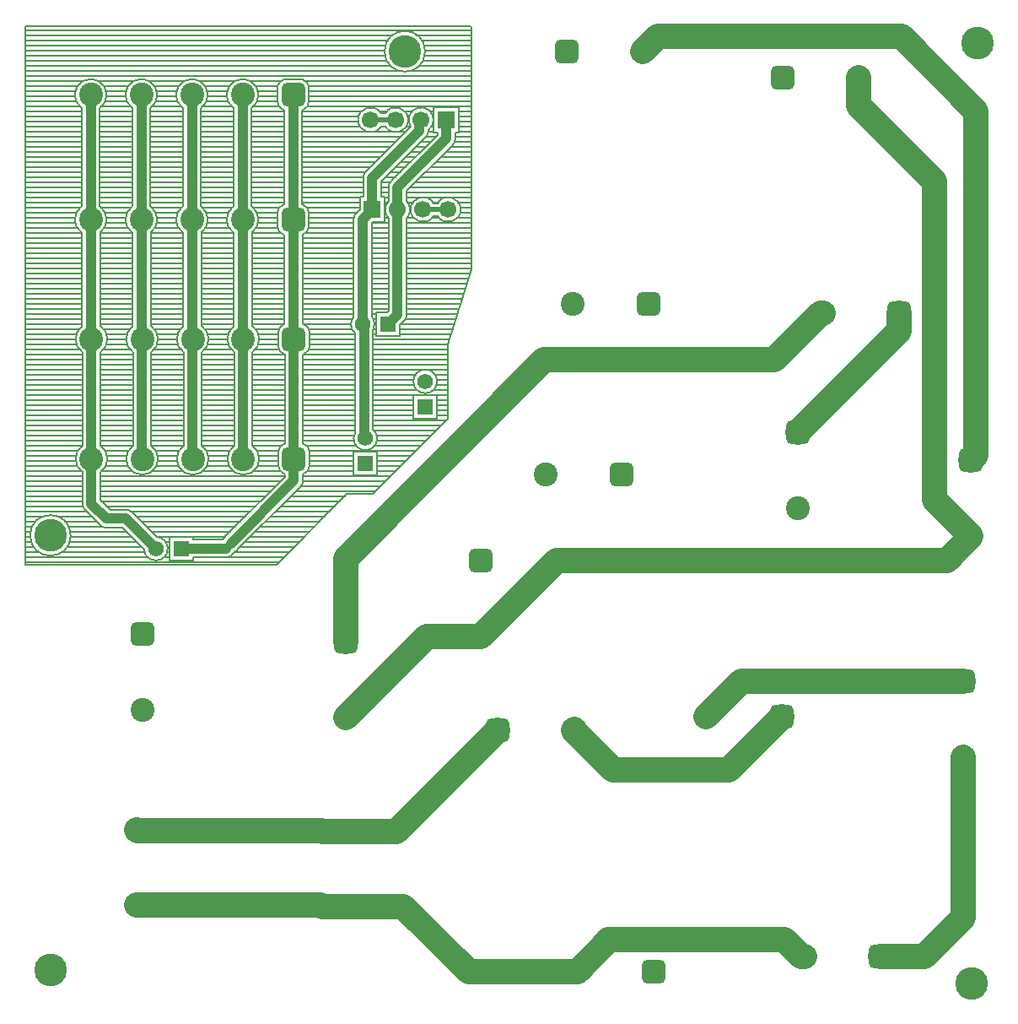
<source format=gbl>
G04*
G04 #@! TF.GenerationSoftware,Altium Limited,Altium Designer,22.1.2 (22)*
G04*
G04 Layer_Physical_Order=2*
G04 Layer_Color=16711680*
%FSLAX25Y25*%
%MOIN*%
G70*
G04*
G04 #@! TF.SameCoordinates,BA90D39C-088B-4E96-BCAD-EBD8A34635F5*
G04*
G04*
G04 #@! TF.FilePolarity,Positive*
G04*
G01*
G75*
%ADD16C,0.06102*%
%ADD17R,0.06102X0.06102*%
%ADD19R,0.06181X0.06181*%
%ADD20C,0.06181*%
%ADD21R,0.06181X0.06181*%
%ADD25C,0.00800*%
%ADD26C,0.09843*%
%ADD28C,0.03937*%
%ADD29C,0.09449*%
G04:AMPARAMS|DCode=30|XSize=94.49mil|YSize=94.49mil|CornerRadius=23.62mil|HoleSize=0mil|Usage=FLASHONLY|Rotation=0.000|XOffset=0mil|YOffset=0mil|HoleType=Round|Shape=RoundedRectangle|*
%AMROUNDEDRECTD30*
21,1,0.09449,0.04724,0,0,0.0*
21,1,0.04724,0.09449,0,0,0.0*
1,1,0.04724,0.02362,-0.02362*
1,1,0.04724,-0.02362,-0.02362*
1,1,0.04724,-0.02362,0.02362*
1,1,0.04724,0.02362,0.02362*
%
%ADD30ROUNDEDRECTD30*%
G04:AMPARAMS|DCode=31|XSize=94.49mil|YSize=94.49mil|CornerRadius=23.62mil|HoleSize=0mil|Usage=FLASHONLY|Rotation=270.000|XOffset=0mil|YOffset=0mil|HoleType=Round|Shape=RoundedRectangle|*
%AMROUNDEDRECTD31*
21,1,0.09449,0.04724,0,0,270.0*
21,1,0.04724,0.09449,0,0,270.0*
1,1,0.04724,-0.02362,-0.02362*
1,1,0.04724,-0.02362,0.02362*
1,1,0.04724,0.02362,0.02362*
1,1,0.04724,0.02362,-0.02362*
%
%ADD31ROUNDEDRECTD31*%
%ADD32R,0.06693X0.06693*%
%ADD33C,0.06693*%
%ADD34C,0.12874*%
%ADD35C,0.01500*%
%ADD36C,0.01968*%
%ADD37C,0.01181*%
D16*
X122835Y71949D02*
D03*
X49311Y72540D02*
D03*
D17*
X122835Y42421D02*
D03*
X49311Y43012D02*
D03*
D19*
X67028Y183760D02*
D03*
X148799Y272343D02*
D03*
D20*
X57028Y183760D02*
D03*
X138799Y272343D02*
D03*
X139862Y227224D02*
D03*
X163484Y249783D02*
D03*
D21*
X139862Y217224D02*
D03*
X163484Y239783D02*
D03*
D25*
X164753Y349084D02*
G03*
X166758Y353051I-2923J3967D01*
G01*
X174341Y343140D02*
G03*
X175380Y345650I-2510J2510D01*
G01*
X174341Y343140D02*
G03*
X175380Y345650I-2510J2510D01*
G01*
X163714Y346292D02*
G03*
X164753Y348802I-2510J2510D01*
G01*
X163714Y346292D02*
G03*
X164753Y348802I-2510J2510D01*
G01*
X163432Y380118D02*
G03*
X163432Y380118I-8018J0D01*
G01*
X166758Y353051D02*
G03*
X157654Y350436I-4928J0D01*
G01*
X147624Y350486D02*
G03*
X156758Y353051I4207J2565D01*
G01*
D02*
G03*
X147624Y355617I-4928J0D01*
G01*
X177506Y317618D02*
G03*
X168372Y320183I-4928J0D01*
G01*
Y315053D02*
G03*
X177506Y317618I4207J2565D01*
G01*
X166786Y320183D02*
G03*
X166786Y315053I-4207J-2565D01*
G01*
X157506Y317618D02*
G03*
X156128Y321036I-4928J0D01*
G01*
X150069Y328908D02*
G03*
X149029Y326398I2510J-2510D01*
G01*
X150069Y328908D02*
G03*
X149029Y326398I2510J-2510D01*
G01*
Y321036D02*
G03*
X149029Y314200I3550J-3418D01*
G01*
X156128D02*
G03*
X157506Y317618I-3550J3418D01*
G01*
X146038Y355617D02*
G03*
X146038Y350486I-4207J-2565D01*
G01*
X114829Y356771D02*
G03*
X117585Y360531I-1187J3760D01*
G01*
Y365256D02*
G03*
X113642Y369199I-3943J0D01*
G01*
X140069Y332687D02*
G03*
X139029Y330177I2510J-2510D01*
G01*
X140069Y332687D02*
G03*
X139029Y330177I2510J-2510D01*
G01*
X108917Y369199D02*
G03*
X104974Y365256I0J-3943D01*
G01*
Y360531D02*
G03*
X107730Y356771I3943J0D01*
G01*
X94829Y357682D02*
G03*
X97585Y362894I-3550J5211D01*
G01*
X136289Y316348D02*
G03*
X135250Y313838I2510J-2510D01*
G01*
X136289Y316348D02*
G03*
X135250Y313838I2510J-2510D01*
G01*
X117585Y316043D02*
G03*
X114829Y319804I-3943J0D01*
G01*
X107730Y319804D02*
G03*
X104974Y316043I1187J-3760D01*
G01*
X97585Y313681D02*
G03*
X94829Y318893I-6306J0D01*
G01*
X114987Y307612D02*
G03*
X117585Y311319I-1345J3707D01*
G01*
X104974D02*
G03*
X107887Y307512I3943J0D01*
G01*
X94987Y308580D02*
G03*
X97585Y313681I-3707J5101D01*
G01*
X155089Y273612D02*
G03*
X156128Y276122I-2510J2510D01*
G01*
X155089Y273612D02*
G03*
X156128Y276122I-2510J2510D01*
G01*
X143471Y272343D02*
G03*
X142349Y275380I-4672J0D01*
G01*
X142880Y270069D02*
G03*
X143471Y272343I-4081J2273D01*
G01*
X135250Y275380D02*
G03*
X135781Y268777I3550J-3037D01*
G01*
X168156Y249783D02*
G03*
X168156Y249783I-4672J0D01*
G01*
X144534Y227224D02*
G03*
X142880Y230790I-4672J0D01*
G01*
X135781Y229498D02*
G03*
X144534Y227224I4081J-2273D01*
G01*
X115144Y260314D02*
G03*
X117900Y264075I-1187J3760D01*
G01*
Y268799D02*
G03*
X114987Y272606I-3943J0D01*
G01*
X105289Y264075D02*
G03*
X108045Y260314I3943J0D01*
G01*
X107887Y272506D02*
G03*
X105289Y268799I1345J-3707D01*
G01*
X97900Y266437D02*
G03*
X94987Y271752I-6306J0D01*
G01*
X95144Y261225D02*
G03*
X97900Y266437I-3550J5212D01*
G01*
X117900Y221555D02*
G03*
X115144Y225315I-3943J0D01*
G01*
X108045Y225315D02*
G03*
X105289Y221555I1187J-3760D01*
G01*
Y216831D02*
G03*
X108045Y213070I3943J0D01*
G01*
X115144Y213070D02*
G03*
X117900Y216831I-1187J3760D01*
G01*
X114104Y208100D02*
G03*
X115144Y210610I-2510J2510D01*
G01*
X114104Y208100D02*
G03*
X115144Y210610I-2510J2510D01*
G01*
X97900Y219193D02*
G03*
X95144Y224405I-6306J0D01*
G01*
X88037Y182435D02*
G03*
X89223Y183218I-1325J3293D01*
G01*
X97585Y362894D02*
G03*
X87730Y357682I-6306J0D01*
G01*
X77585Y362894D02*
G03*
X67730Y357682I-6306J0D01*
G01*
X74829Y357682D02*
G03*
X77585Y362894I-3550J5211D01*
G01*
X87730Y318893D02*
G03*
X87887Y308366I3550J-5212D01*
G01*
X77585Y313681D02*
G03*
X74829Y318893I-6306J0D01*
G01*
X74987Y308580D02*
G03*
X77585Y313681I-3707J5101D01*
G01*
X67730Y318893D02*
G03*
X67887Y308366I3550J-5212D01*
G01*
X54829Y357682D02*
G03*
X57585Y362894I-3550J5211D01*
G01*
D02*
G03*
X47730Y357682I-6306J0D01*
G01*
X34829Y357682D02*
G03*
X37585Y362894I-3550J5211D01*
G01*
D02*
G03*
X27730Y357682I-6306J0D01*
G01*
X54987Y308580D02*
G03*
X57585Y313681I-3707J5101D01*
G01*
D02*
G03*
X54829Y318893I-6306J0D01*
G01*
X47730Y318893D02*
G03*
X47887Y308366I3550J-5212D01*
G01*
X34987Y308580D02*
G03*
X37585Y313681I-3707J5101D01*
G01*
D02*
G03*
X34829Y318893I-6306J0D01*
G01*
X27730Y318893D02*
G03*
X27887Y308366I3550J-5212D01*
G01*
X87887Y271538D02*
G03*
X88045Y261226I3707J-5101D01*
G01*
X77900Y266437D02*
G03*
X74987Y271752I-6306J0D01*
G01*
X75144Y261225D02*
G03*
X77900Y266437I-3550J5212D01*
G01*
X67887Y271538D02*
G03*
X68045Y261226I3707J-5101D01*
G01*
X57900Y266437D02*
G03*
X54987Y271752I-6306J0D01*
G01*
X55144Y261225D02*
G03*
X57900Y266437I-3550J5212D01*
G01*
X88045Y224404D02*
G03*
X97900Y219193I3550J-5211D01*
G01*
X77900D02*
G03*
X75144Y224405I-6306J0D01*
G01*
X68045Y224404D02*
G03*
X77900Y219193I3550J-5211D01*
G01*
X84744Y180210D02*
G03*
X88037Y182435I0J3550D01*
G01*
X84203Y188238D02*
G03*
X83535Y187309I2510J-2510D01*
G01*
X57900Y219193D02*
G03*
X55144Y224405I-6306J0D01*
G01*
X48045Y224404D02*
G03*
X57900Y219193I3550J-5211D01*
G01*
X61699Y183760D02*
G03*
X57390Y188417I-4672J0D01*
G01*
X52370Y183397D02*
G03*
X61699Y183760I4658J362D01*
G01*
X47887Y271538D02*
G03*
X48045Y261226I3707J-5101D01*
G01*
X37900Y266437D02*
G03*
X34987Y271752I-6306J0D01*
G01*
X35144Y261225D02*
G03*
X37900Y266437I-3550J5212D01*
G01*
X27887Y271538D02*
G03*
X28045Y261226I3707J-5101D01*
G01*
X35144Y213981D02*
G03*
X37900Y219193I-3550J5212D01*
G01*
D02*
G03*
X35144Y224405I-6306J0D01*
G01*
X28045Y224404D02*
G03*
X28045Y213982I3550J-5211D01*
G01*
X47727Y198081D02*
G03*
X45217Y199120I-2510J-2510D01*
G01*
X47727Y198081D02*
G03*
X45217Y199120I-2510J-2510D01*
G01*
X34990Y193061D02*
G03*
X37500Y192021I2510J2510D01*
G01*
X28045Y201476D02*
G03*
X29084Y198967I3550J0D01*
G01*
X28045Y201476D02*
G03*
X29084Y198967I3550J0D01*
G01*
X34990Y193061D02*
G03*
X37500Y192021I2510J2510D01*
G01*
X23372Y188976D02*
G03*
X23372Y188976I-8018J0D01*
G01*
X163421Y380520D02*
X181595D01*
X176758Y356520D02*
X181595D01*
X163063Y382520D02*
X181595D01*
X163271Y378520D02*
X181595D01*
X176758Y352520D02*
X181595D01*
X176758Y350520D02*
X181595D01*
X176758Y354520D02*
X181595D01*
X181201Y389961D02*
X181595Y389567D01*
X166903Y357979D02*
X176758D01*
X165331Y356520D02*
X166903D01*
X166534Y354520D02*
X166903D01*
X166058Y350520D02*
X166903D01*
X164742Y348520D02*
X166903D01*
X176758D02*
X181595D01*
X176758Y348124D02*
Y357979D01*
X175380Y348124D02*
X176758D01*
X175380Y346520D02*
X181595D01*
X175196Y344520D02*
X181595D01*
X166903Y348124D02*
Y357979D01*
Y348124D02*
X168281D01*
Y347120D02*
Y348124D01*
X175380Y345650D02*
Y348124D01*
X163922Y346520D02*
X167681D01*
X157974Y372520D02*
X181595D01*
X117585Y364520D02*
X181595D01*
X115855Y368520D02*
X181595D01*
X117377Y366520D02*
X181595D01*
X117585Y362520D02*
X181595D01*
X117585Y360520D02*
X181595D01*
X117033Y358520D02*
X181595D01*
X162115Y384520D02*
X181595D01*
X162579Y376520D02*
X181595D01*
X160241Y386520D02*
X181595D01*
X161153Y374520D02*
X181595D01*
X156535Y354520D02*
X157127D01*
X155331Y356520D02*
X158331D01*
X156058Y350520D02*
X157603D01*
X140069Y332687D02*
X157654Y350273D01*
X150069Y328908D02*
X168281Y347120D01*
X161941Y344520D02*
X165681D01*
X156128Y324927D02*
X174341Y343140D01*
X146128Y328707D02*
X163714Y346292D01*
X153766Y348520D02*
X155901D01*
X143766D02*
X149895D01*
X114829Y344520D02*
X151901D01*
X114829Y342520D02*
X149901D01*
X114829Y346520D02*
X153901D01*
X167721Y336520D02*
X181595D01*
X165721Y334520D02*
X181595D01*
X163721Y332520D02*
X181595D01*
X161721Y330520D02*
X181595D01*
X159721Y328520D02*
X181595D01*
X173083Y322520D02*
X181595D01*
X157721Y326520D02*
X181595D01*
X173721Y342520D02*
X181595D01*
X171721Y340520D02*
X181595D01*
X159941Y342520D02*
X163681D01*
X157941Y340520D02*
X161681D01*
X169721Y338520D02*
X181595D01*
X163083Y322520D02*
X172074D01*
X156561Y320520D02*
X158596D01*
X176561D02*
X181595D01*
X177423Y318520D02*
X181595D01*
X177382Y316520D02*
X181595D01*
X176410Y314520D02*
X181595D01*
X166410D02*
X168747D01*
X166561Y320520D02*
X168596D01*
X166786Y320183D02*
X168372D01*
X157423Y318520D02*
X157734D01*
X157382Y316520D02*
X157775D01*
X166786Y315053D02*
X168372D01*
X156410Y314520D02*
X158747D01*
X155941Y338520D02*
X159681D01*
X156128Y321036D02*
Y324927D01*
X153941Y336520D02*
X157681D01*
X151941Y334520D02*
X155681D01*
X156128Y322520D02*
X162074D01*
X156128Y324520D02*
X181595D01*
X149941Y332520D02*
X153681D01*
X147941Y330520D02*
X151681D01*
X146128Y326520D02*
X149031D01*
X147506Y322520D02*
X149029D01*
X146128Y328520D02*
X149733D01*
X156128Y304520D02*
X181595D01*
X156128Y302520D02*
X181595D01*
X156128Y308520D02*
X181595D01*
X156128Y306520D02*
X181595D01*
X156128Y298520D02*
X181595D01*
X156128Y296520D02*
X181595D01*
X156128Y300520D02*
X181595D01*
X156128Y312520D02*
X181595D01*
X156128Y310520D02*
X181595D01*
X142349Y300520D02*
X149029D01*
X142349Y298520D02*
X149029D01*
X142349Y306520D02*
X149029D01*
X145331Y356520D02*
X148331D01*
X146038Y355617D02*
X147624D01*
X114829Y356520D02*
X138331D01*
X146038Y350486D02*
X147624D01*
X114829Y340520D02*
X147901D01*
X114829Y348520D02*
X139895D01*
X117585Y360531D02*
Y365256D01*
X108917Y369199D02*
X113642D01*
X114829Y352520D02*
X136932D01*
X114829Y350520D02*
X137603D01*
X114829Y354520D02*
X137127D01*
X114829Y334520D02*
X141901D01*
X114829Y338520D02*
X145901D01*
X114829Y336520D02*
X143901D01*
X146128Y322546D02*
Y328707D01*
X149029Y321036D02*
Y326398D01*
X114829Y332520D02*
X139912D01*
X114829Y330520D02*
X139046D01*
X107730Y319804D02*
Y356771D01*
X114829Y319804D02*
Y356771D01*
Y326520D02*
X139029D01*
Y322546D02*
Y330177D01*
X114829Y328520D02*
X139029D01*
X94127Y368520D02*
X106704D01*
X94829Y356520D02*
X107730D01*
X94829Y352520D02*
X107730D01*
X94829Y350520D02*
X107730D01*
X94829Y354520D02*
X107730D01*
X97372Y364520D02*
X104974D01*
Y360531D02*
Y365256D01*
X96438Y366520D02*
X105182D01*
X97574Y362520D02*
X104974D01*
X97121Y360520D02*
X104974D01*
X95821Y358520D02*
X105526D01*
X94829Y334520D02*
X107730D01*
X94829Y332520D02*
X107730D01*
X94829Y338520D02*
X107730D01*
X94829Y336520D02*
X107730D01*
X94829Y328520D02*
X107730D01*
X94829Y326520D02*
X107730D01*
X94829Y330520D02*
X107730D01*
X94829Y348520D02*
X107730D01*
X94829Y346520D02*
X107730D01*
X87730Y318893D02*
Y357682D01*
X94829Y318893D02*
Y357682D01*
Y342520D02*
X107730D01*
X94829Y340520D02*
X107730D01*
X94829Y344520D02*
X107730D01*
X146128Y322546D02*
X147506D01*
Y312690D02*
Y322546D01*
X146128Y324520D02*
X149029D01*
X137651Y322546D02*
X139029D01*
X147506Y320520D02*
X148596D01*
X147506Y314520D02*
X148747D01*
X142671Y312690D02*
X147506D01*
X137651Y317710D02*
Y322546D01*
X136289Y316348D02*
X137651Y317710D01*
X116710Y318520D02*
X137651D01*
X117556Y316520D02*
X136461D01*
X117585Y314520D02*
X135316D01*
X142500Y312520D02*
X149029D01*
X142349Y308520D02*
X149029D01*
X142349Y312368D02*
X142671Y312690D01*
X142349Y310520D02*
X149029D01*
X142349Y302520D02*
X149029D01*
X142349Y296520D02*
X149029D01*
X142349Y304520D02*
X149029D01*
X117585Y312520D02*
X135250D01*
X117585Y311319D02*
Y316043D01*
X117503Y310520D02*
X135250D01*
X116419Y308520D02*
X135250D01*
X114987Y298520D02*
X135250D01*
X114987Y296520D02*
X135250D01*
X114987Y300520D02*
X135250D01*
X114829Y324520D02*
X139029D01*
X114829Y322520D02*
X137651D01*
X94829D02*
X107730D01*
X94829Y320520D02*
X107730D01*
X114829D02*
X137651D01*
X95323Y318520D02*
X105849D01*
X96910Y316520D02*
X105003D01*
X94829Y324520D02*
X107730D01*
X97529Y314520D02*
X104974D01*
Y311319D02*
Y316043D01*
X97477Y312520D02*
X104974D01*
X114987Y304520D02*
X135250D01*
X114987Y302520D02*
X135250D01*
X114987Y306520D02*
X135250D01*
X94987Y298520D02*
X107887D01*
X94987Y296520D02*
X107887D01*
X94987Y300520D02*
X107887D01*
X96735Y310520D02*
X105056D01*
X94987Y308520D02*
X106140D01*
X94987Y304520D02*
X107887D01*
X94987Y302520D02*
X107887D01*
X94987Y306520D02*
X107887D01*
X181595Y293996D02*
Y389567D01*
X156128Y290520D02*
X180517D01*
X156128Y294520D02*
X181595D01*
X156128Y292520D02*
X181137D01*
X156128Y286520D02*
X179277D01*
X156128Y284520D02*
X178657D01*
X156128Y288520D02*
X179897D01*
X156128Y280520D02*
X177417D01*
X156128Y278520D02*
X176797D01*
X156128Y282520D02*
X178037D01*
X149029Y277592D02*
Y314200D01*
X148451Y277014D02*
X149029Y277592D01*
X156128Y276520D02*
X176177D01*
X144128Y277014D02*
X148451D01*
X155746Y274520D02*
X175557D01*
X172441Y264469D02*
X181595Y293996D01*
X153996Y272520D02*
X174937D01*
X153471Y268520D02*
X173697D01*
X172441Y235138D02*
Y264469D01*
X153471Y270520D02*
X174317D01*
X156128Y276122D02*
Y314200D01*
X153471Y271994D02*
X155089Y273612D01*
X144128Y267671D02*
Y277014D01*
Y267671D02*
X153471D01*
Y271994D01*
X143467Y272520D02*
X144128D01*
X142349Y286520D02*
X149029D01*
X142349Y284520D02*
X149029D01*
X142349Y290520D02*
X149029D01*
X142349Y288520D02*
X149029D01*
X142349Y280520D02*
X149029D01*
X142349Y278520D02*
X149029D01*
X142349Y282520D02*
X149029D01*
X142349Y292520D02*
X149029D01*
X142349Y276520D02*
X144128D01*
X142349Y294520D02*
X149029D01*
X142349Y275380D02*
Y312368D01*
X142933Y274520D02*
X144128D01*
X143101Y270520D02*
X144128D01*
X142880Y264520D02*
X172457D01*
X142880Y262520D02*
X172441D01*
X142880Y268520D02*
X144128D01*
X142880Y266520D02*
X173077D01*
X142880Y258520D02*
X172441D01*
X142880Y256520D02*
X172441D01*
X142880Y260520D02*
X172441D01*
X142880Y230790D02*
Y270069D01*
X135781Y229498D02*
Y268777D01*
X117900Y266520D02*
X135781D01*
X117900Y264520D02*
X135781D01*
X117900Y268520D02*
X135781D01*
X168098Y250520D02*
X172441D01*
X168156Y242520D02*
X172441D01*
X167982Y248520D02*
X172441D01*
X166827Y246520D02*
X172441D01*
X168156Y238520D02*
X172441D01*
X168156Y236520D02*
X172441D01*
X168156Y240520D02*
X172441D01*
X167271Y252520D02*
X172441D01*
X142880Y254520D02*
X172441D01*
X142880Y252520D02*
X159698D01*
X158813Y244455D02*
X168156D01*
X158813Y235112D02*
X168156D01*
X142880Y240520D02*
X158813D01*
X168156Y235112D02*
Y244455D01*
X143174Y230520D02*
X167823D01*
X142880Y234520D02*
X171823D01*
X142880Y232520D02*
X169823D01*
X144351Y228520D02*
X165823D01*
X144480Y226520D02*
X163823D01*
X143671Y224520D02*
X161823D01*
X158813Y235112D02*
Y244455D01*
X144534Y220520D02*
X157823D01*
X144534Y212553D02*
Y221896D01*
Y216520D02*
X153823D01*
X144534Y214520D02*
X151823D01*
X144534Y218520D02*
X155823D01*
X142880Y246520D02*
X160142D01*
X142880Y244520D02*
X172441D01*
X142880Y250520D02*
X158871D01*
X142880Y248520D02*
X158987D01*
X142880Y238520D02*
X158813D01*
X142880Y236520D02*
X158813D01*
X142880Y242520D02*
X158813D01*
X115144Y244520D02*
X135781D01*
X115144Y242520D02*
X135781D01*
X115144Y248520D02*
X135781D01*
X115144Y246520D02*
X135781D01*
X115144Y238520D02*
X135781D01*
X115144Y236520D02*
X135781D01*
X115144Y240520D02*
X135781D01*
X135191Y212553D02*
X144534D01*
X142618Y205315D02*
X172441Y235138D01*
X117780Y222520D02*
X159823D01*
X135191Y221896D02*
X144534D01*
X115144Y212520D02*
X149823D01*
X115143Y210520D02*
X147823D01*
X114463Y208520D02*
X145823D01*
X115144Y230520D02*
X135781D01*
X115144Y234520D02*
X135781D01*
X115144Y232520D02*
X135781D01*
X116557Y224520D02*
X136053D01*
X132579Y205315D02*
X142618D01*
X112524Y206520D02*
X143823D01*
X114987Y282520D02*
X135250D01*
Y275380D02*
Y313838D01*
X114987Y286520D02*
X135250D01*
X114987Y284520D02*
X135250D01*
X114987Y278520D02*
X135250D01*
X114987Y276520D02*
X135250D01*
X114987Y280520D02*
X135250D01*
X114987Y292520D02*
X135250D01*
X114987Y290520D02*
X135250D01*
X114987Y294520D02*
X135250D01*
X114987Y272606D02*
Y307612D01*
Y274520D02*
X134666D01*
X115263Y272520D02*
X134131D01*
X114987Y288520D02*
X135250D01*
X117505Y270520D02*
X134498D01*
X117580Y262520D02*
X135781D01*
X115663Y260520D02*
X135781D01*
X115144Y256520D02*
X135781D01*
X115144Y254520D02*
X135781D01*
X115144Y258520D02*
X135781D01*
X117900Y264075D02*
Y268799D01*
X107887Y272506D02*
Y307512D01*
X105289Y264075D02*
Y268799D01*
X115144Y225315D02*
Y260314D01*
X108045Y225315D02*
Y260314D01*
X94987Y280520D02*
X107887D01*
X94987Y278520D02*
X107887D01*
X94987Y284520D02*
X107887D01*
X94987Y282520D02*
X107887D01*
X94987Y274520D02*
X107887D01*
X94987Y272520D02*
X107887D01*
X94987Y276520D02*
X107887D01*
X94987Y294520D02*
X107887D01*
X94987Y292520D02*
X107887D01*
X94987Y271752D02*
Y308580D01*
X87887Y271538D02*
Y308366D01*
X94987Y288520D02*
X107887D01*
X94987Y286520D02*
X107887D01*
X94987Y290520D02*
X107887D01*
X96536Y262520D02*
X105609D01*
X96400Y270520D02*
X105684D01*
X95144Y260520D02*
X107526D01*
X95144Y256520D02*
X108045D01*
X95144Y254520D02*
X108045D01*
X95144Y258520D02*
X108045D01*
X97546Y268520D02*
X105289D01*
X97900Y266520D02*
X105289D01*
X97601Y264520D02*
X105289D01*
X95144Y224405D02*
Y261225D01*
X88045Y224404D02*
Y261226D01*
X115144Y228520D02*
X135374D01*
X115144Y226520D02*
X135244D01*
X115144Y252520D02*
X135781D01*
X115144Y250520D02*
X135781D01*
X117900Y218520D02*
X135191D01*
X117888Y216520D02*
X135191D01*
X117152Y214520D02*
X135191D01*
X117900Y216831D02*
Y221555D01*
X105289Y216831D02*
Y221555D01*
X117900Y220520D02*
X135191D01*
X97864Y218520D02*
X105289D01*
X135191Y212553D02*
Y221896D01*
X110524Y204520D02*
X131783D01*
X108524Y202520D02*
X129783D01*
X104724Y177461D02*
X132579Y205315D01*
X106524Y200520D02*
X127784D01*
X104524Y198520D02*
X125784D01*
X102524Y196520D02*
X123784D01*
X115144Y210610D02*
Y213070D01*
X108045Y212081D02*
Y213070D01*
X100524Y194520D02*
X121783D01*
X98524Y192520D02*
X119783D01*
X95144Y234520D02*
X108045D01*
X95144Y232520D02*
X108045D01*
X95144Y238520D02*
X108045D01*
X95144Y236520D02*
X108045D01*
X95144Y228520D02*
X108045D01*
X95144Y226520D02*
X108045D01*
X95144Y230520D02*
X108045D01*
X95144Y248520D02*
X108045D01*
X95144Y246520D02*
X108045D01*
X95144Y252520D02*
X108045D01*
X95144Y250520D02*
X108045D01*
X95144Y242520D02*
X108045D01*
X95144Y240520D02*
X108045D01*
X95144Y244520D02*
X108045D01*
X96524Y190520D02*
X117783D01*
X94524Y188520D02*
X115784D01*
X92524Y186520D02*
X113784D01*
X89223Y183218D02*
X114104Y208100D01*
X90524Y184520D02*
X111784D01*
X88231Y182520D02*
X109783D01*
X86194Y180520D02*
X107783D01*
X96951Y222520D02*
X105409D01*
X97759Y220520D02*
X105289D01*
X95144Y224520D02*
X106632D01*
X97305Y216520D02*
X105301D01*
X95828Y214520D02*
X106037D01*
X77121Y360520D02*
X85438D01*
X74127Y368520D02*
X88432D01*
X76438Y366520D02*
X86121D01*
X75821Y358520D02*
X86738D01*
X74829Y354520D02*
X87730D01*
X74829Y356520D02*
X87730D01*
X77372Y364520D02*
X85187D01*
X56438Y366520D02*
X66121D01*
X57372Y364520D02*
X65187D01*
X77574Y362520D02*
X84985D01*
X57121Y360520D02*
X65438D01*
X74829Y338520D02*
X87730D01*
X74829Y336520D02*
X87730D01*
X74829Y342520D02*
X87730D01*
X74829Y340520D02*
X87730D01*
X74829Y332520D02*
X87730D01*
X74829Y330520D02*
X87730D01*
X74829Y334520D02*
X87730D01*
X74829Y352520D02*
X87730D01*
X74829Y350520D02*
X87730D01*
X67730Y318893D02*
Y357682D01*
X74829Y318893D02*
Y357682D01*
Y346520D02*
X87730D01*
X74829Y344520D02*
X87730D01*
X74829Y348520D02*
X87730D01*
X5413Y386520D02*
X150585D01*
X5413Y384520D02*
X148711D01*
X5413Y389961D02*
X181201D01*
X5413Y388520D02*
X181595D01*
X5413Y372520D02*
X152853D01*
X5413Y370520D02*
X181595D01*
X5413Y374520D02*
X149673D01*
X5413Y378520D02*
X147556D01*
X5413Y376520D02*
X148248D01*
X5413Y382520D02*
X147763D01*
X5413Y380520D02*
X147405D01*
X55821Y358520D02*
X66738D01*
X54829Y356520D02*
X67730D01*
X54127Y368520D02*
X68432D01*
X54829Y336520D02*
X67730D01*
X54829Y334520D02*
X67730D01*
X54829Y340520D02*
X67730D01*
X54829Y338520D02*
X67730D01*
X54829Y330520D02*
X67730D01*
X54829Y328520D02*
X67730D01*
X54829Y332520D02*
X67730D01*
X54829Y350520D02*
X67730D01*
X54829Y348520D02*
X67730D01*
X54829Y354520D02*
X67730D01*
X54829Y352520D02*
X67730D01*
X54829Y344520D02*
X67730D01*
X54829Y342520D02*
X67730D01*
X54829Y346520D02*
X67730D01*
X74829Y320520D02*
X87730D01*
X74829Y328520D02*
X87730D01*
X74829Y322520D02*
X87730D01*
X74987Y306520D02*
X87887D01*
X74987Y304520D02*
X87887D01*
X74987Y308520D02*
X87657D01*
X76910Y316520D02*
X85649D01*
X77529Y314520D02*
X85030D01*
X75323Y318520D02*
X87236D01*
X77477Y312520D02*
X85082D01*
X76735Y310520D02*
X85824D01*
X74987Y284520D02*
X87887D01*
X74987Y282520D02*
X87887D01*
X74987Y288520D02*
X87887D01*
X74987Y286520D02*
X87887D01*
X74987Y278520D02*
X87887D01*
X74987Y276520D02*
X87887D01*
X74987Y280520D02*
X87887D01*
X74987Y298520D02*
X87887D01*
X74987Y296520D02*
X87887D01*
X74987Y302520D02*
X87887D01*
X74987Y300520D02*
X87887D01*
X74987Y292520D02*
X87887D01*
X74987Y290520D02*
X87887D01*
X74987Y294520D02*
X87887D01*
X74829Y326520D02*
X87730D01*
X74829Y324520D02*
X87730D01*
X54829Y322520D02*
X67730D01*
X54829Y320520D02*
X67730D01*
X54987Y304520D02*
X67887D01*
X54987Y306520D02*
X67887D01*
X55323Y318520D02*
X67236D01*
X56910Y316520D02*
X65649D01*
X54829Y326520D02*
X67730D01*
X54829Y324520D02*
X67730D01*
X57477Y312520D02*
X65082D01*
X56735Y310520D02*
X65824D01*
X54987Y308520D02*
X67658D01*
X54987Y284520D02*
X67887D01*
X54987Y282520D02*
X67887D01*
X54987Y288520D02*
X67887D01*
X54987Y286520D02*
X67887D01*
X54987Y278520D02*
X67887D01*
X54987Y276520D02*
X67887D01*
X54987Y280520D02*
X67887D01*
X54987Y298520D02*
X67887D01*
X54987Y296520D02*
X67887D01*
X54987Y302520D02*
X67887D01*
X54987Y300520D02*
X67887D01*
X54987Y292520D02*
X67887D01*
X54987Y290520D02*
X67887D01*
X54987Y294520D02*
X67887D01*
X57574Y362520D02*
X64985D01*
X34829Y354520D02*
X47730D01*
X34829Y348520D02*
X47730D01*
X34829Y346520D02*
X47730D01*
X34829Y350520D02*
X47730D01*
X37372Y364520D02*
X45187D01*
X37574Y362520D02*
X44985D01*
X36438Y366520D02*
X46121D01*
X37121Y360520D02*
X45438D01*
X35821Y358520D02*
X46738D01*
X34829Y356520D02*
X47730D01*
Y318893D02*
Y357682D01*
X54829Y318893D02*
Y357682D01*
X34829Y332520D02*
X47730D01*
X34829Y330520D02*
X47730D01*
X34829Y326520D02*
X47730D01*
X34829Y324520D02*
X47730D01*
X34829Y328520D02*
X47730D01*
X34829Y342520D02*
X47730D01*
X34829Y340520D02*
X47730D01*
X34829Y344520D02*
X47730D01*
X34829Y318893D02*
Y357682D01*
Y336520D02*
X47730D01*
X34829Y334520D02*
X47730D01*
X34829Y338520D02*
X47730D01*
X34127Y368520D02*
X48432D01*
X5413D02*
X28432D01*
X5413Y352520D02*
X27730D01*
X34829D02*
X47730D01*
X5413Y348520D02*
X27730D01*
X5413Y350520D02*
X27730D01*
X5413Y362520D02*
X24985D01*
X5413Y360520D02*
X25438D01*
X5413Y366520D02*
X26121D01*
X5413Y364520D02*
X25187D01*
X5413Y356520D02*
X27730D01*
X5413Y354520D02*
X27730D01*
X5413Y358520D02*
X26738D01*
X5413Y328520D02*
X27730D01*
Y318893D02*
Y357682D01*
X5413Y332520D02*
X27730D01*
X5413Y330520D02*
X27730D01*
X5413Y324520D02*
X27730D01*
X5413Y322520D02*
X27730D01*
X5413Y326520D02*
X27730D01*
X5413Y342520D02*
X27730D01*
X5413Y340520D02*
X27730D01*
X5413Y346520D02*
X27730D01*
X5413Y344520D02*
X27730D01*
X5413Y336520D02*
X27730D01*
X5413Y334520D02*
X27730D01*
X5413Y338520D02*
X27730D01*
X57529Y314520D02*
X65030D01*
X34987Y304520D02*
X47887D01*
X34987Y302520D02*
X47887D01*
X34987Y306520D02*
X47887D01*
X36910Y316520D02*
X45649D01*
X37529Y314520D02*
X45030D01*
X35323Y318520D02*
X47236D01*
X37477Y312520D02*
X45082D01*
X36735Y310520D02*
X45824D01*
X34987Y308520D02*
X47657D01*
X34987Y282520D02*
X47887D01*
X34987Y280520D02*
X47887D01*
X34987Y286520D02*
X47887D01*
X34987Y284520D02*
X47887D01*
X34987Y276520D02*
X47887D01*
X34987Y274520D02*
X47887D01*
X34987Y278520D02*
X47887D01*
X34987Y296520D02*
X47887D01*
X34987Y294520D02*
X47887D01*
X34987Y300520D02*
X47887D01*
X34987Y298520D02*
X47887D01*
X34987Y290520D02*
X47887D01*
X34987Y288520D02*
X47887D01*
X34987Y292520D02*
X47887D01*
X34829Y320520D02*
X47730D01*
X34829Y322520D02*
X47730D01*
X5413Y304520D02*
X27887D01*
X5413Y302520D02*
X27887D01*
X5413Y306520D02*
X27887D01*
X5413Y316520D02*
X25649D01*
X5413Y314520D02*
X25030D01*
X5413Y320520D02*
X27730D01*
X5413Y318520D02*
X27236D01*
X5413Y310520D02*
X25824D01*
X5413Y308520D02*
X27657D01*
X5413Y312520D02*
X25082D01*
X5413Y282520D02*
X27887D01*
X5413Y280520D02*
X27887D01*
X5413Y286520D02*
X27887D01*
X5413Y284520D02*
X27887D01*
X5413Y276520D02*
X27887D01*
X5413Y274520D02*
X27887D01*
X5413Y278520D02*
X27887D01*
X5413Y296520D02*
X27887D01*
X5413Y294520D02*
X27887D01*
X5413Y300520D02*
X27887D01*
X5413Y298520D02*
X27887D01*
X5413Y290520D02*
X27887D01*
X5413Y288520D02*
X27887D01*
X5413Y292520D02*
X27887D01*
X76400Y270520D02*
X86789D01*
X74987Y274520D02*
X87887D01*
X74987Y272520D02*
X87887D01*
X75144Y258520D02*
X88045D01*
X75144Y256520D02*
X88045D01*
X75144Y260520D02*
X88045D01*
X77546Y268520D02*
X85643D01*
X77899Y266520D02*
X85290D01*
X74987Y271752D02*
Y308580D01*
X77601Y264520D02*
X85588D01*
X76536Y262520D02*
X86653D01*
X75144Y240520D02*
X88045D01*
X75144Y238520D02*
X88045D01*
X75144Y244520D02*
X88045D01*
X75144Y242520D02*
X88045D01*
X75144Y234520D02*
X88045D01*
X75144Y232520D02*
X88045D01*
X75144Y236520D02*
X88045D01*
X75144Y254520D02*
X88045D01*
X75144Y252520D02*
X88045D01*
X75144Y224405D02*
Y261225D01*
X68045Y224404D02*
Y261226D01*
X75144Y248520D02*
X88045D01*
X75144Y246520D02*
X88045D01*
X75144Y250520D02*
X88045D01*
X67887Y271538D02*
Y308366D01*
X54987Y274520D02*
X67887D01*
X54987Y272520D02*
X67887D01*
X56400Y270520D02*
X66789D01*
X55144Y258520D02*
X68045D01*
X55144Y260520D02*
X68045D01*
X57546Y268520D02*
X65643D01*
X57899Y266520D02*
X65289D01*
X54987Y271752D02*
Y308580D01*
X57601Y264520D02*
X65588D01*
X56536Y262520D02*
X66653D01*
X55144Y240520D02*
X68045D01*
X55144Y238520D02*
X68045D01*
X55144Y244520D02*
X68045D01*
X55144Y242520D02*
X68045D01*
X55144Y234520D02*
X68045D01*
X55144Y232520D02*
X68045D01*
X55144Y236520D02*
X68045D01*
X55144Y254520D02*
X68045D01*
X55144Y252520D02*
X68045D01*
X55144Y256520D02*
X68045D01*
X55144Y224405D02*
Y261225D01*
Y248520D02*
X68045D01*
X55144Y246520D02*
X68045D01*
X55144Y250520D02*
X68045D01*
X75144Y226520D02*
X88045D01*
X75144Y224520D02*
X88045D01*
X75144Y230520D02*
X88045D01*
X75144Y228520D02*
X88045D01*
X76951Y222520D02*
X86238D01*
X75828Y214520D02*
X87361D01*
X77759Y220520D02*
X85430D01*
X57759D02*
X65430D01*
X77864Y218520D02*
X85325D01*
X77305Y216520D02*
X85884D01*
X57864Y218520D02*
X65325D01*
X84203Y188238D02*
X108045Y212081D01*
X71699Y187309D02*
X83535D01*
X71699Y180210D02*
X84744D01*
X71699Y179088D02*
Y180210D01*
X62356Y179088D02*
X71699D01*
X62356Y188432D02*
X71699D01*
Y187309D02*
Y188432D01*
X60797Y186520D02*
X62356D01*
Y179088D02*
Y188432D01*
X61637Y184520D02*
X62356D01*
X61532Y182520D02*
X62356D01*
X60393Y180520D02*
X62356D01*
X55144Y226520D02*
X68045D01*
X55144Y224520D02*
X68045D01*
X35144Y212520D02*
X108045D01*
X35144Y210520D02*
X106484D01*
X35144Y206520D02*
X102484D01*
X35144Y204520D02*
X100484D01*
X35144Y208520D02*
X104484D01*
X55144Y228520D02*
X68045D01*
X55144Y230520D02*
X68045D01*
X56951Y222520D02*
X66238D01*
X57305Y216520D02*
X65884D01*
X55828Y214520D02*
X67361D01*
X47192Y198520D02*
X94484D01*
X49288Y196520D02*
X92484D01*
X35571Y202520D02*
X98484D01*
X37571Y200520D02*
X96484D01*
X51288Y194520D02*
X90484D01*
X5413Y177461D02*
X104724D01*
X5413Y178520D02*
X105783D01*
X55288Y190520D02*
X86484D01*
X57288Y188520D02*
X84484D01*
X53288Y192520D02*
X88484D01*
X47727Y198081D02*
X57390Y188417D01*
X5413Y180520D02*
X53662D01*
X47887Y271538D02*
Y308366D01*
X34987Y272520D02*
X47887D01*
X35144Y260520D02*
X48045D01*
X35144Y256520D02*
X48045D01*
X35144Y254520D02*
X48045D01*
X35144Y258520D02*
X48045D01*
X37546Y268520D02*
X45643D01*
X37900Y266520D02*
X45289D01*
X36400Y270520D02*
X46789D01*
X37601Y264520D02*
X45588D01*
X36536Y262520D02*
X46653D01*
X35144Y236520D02*
X48045D01*
Y224404D02*
Y261226D01*
X35144Y240520D02*
X48045D01*
X35144Y238520D02*
X48045D01*
X35144Y232520D02*
X48045D01*
X35144Y230520D02*
X48045D01*
X35144Y234520D02*
X48045D01*
X35144Y250520D02*
X48045D01*
X35144Y248520D02*
X48045D01*
X35144Y252520D02*
X48045D01*
X35144Y224405D02*
Y261225D01*
Y244520D02*
X48045D01*
X35144Y242520D02*
X48045D01*
X35144Y246520D02*
X48045D01*
X34987Y271752D02*
Y308580D01*
X5413Y260520D02*
X28045D01*
X5413Y258520D02*
X28045D01*
X5413Y254520D02*
X28045D01*
X5413Y252520D02*
X28045D01*
X5413Y256520D02*
X28045D01*
X27887Y271538D02*
Y308366D01*
X5413Y268520D02*
X25643D01*
X5413Y272520D02*
X27887D01*
X5413Y270520D02*
X26789D01*
X5413Y264520D02*
X25587D01*
X5413Y262520D02*
X26653D01*
X5413Y266520D02*
X25289D01*
X5413Y234520D02*
X28045D01*
Y224404D02*
Y261226D01*
X5413Y238520D02*
X28045D01*
X5413Y236520D02*
X28045D01*
X5413Y230520D02*
X28045D01*
X5413Y228520D02*
X28045D01*
X5413Y232520D02*
X28045D01*
X5413Y248520D02*
X28045D01*
X5413Y246520D02*
X28045D01*
X5413Y250520D02*
X28045D01*
X5413Y177461D02*
Y389961D01*
Y242520D02*
X28045D01*
X5413Y240520D02*
X28045D01*
X5413Y244520D02*
X28045D01*
X35144Y224520D02*
X48045D01*
X36951Y222520D02*
X46238D01*
X35144Y228520D02*
X48045D01*
X35144Y226520D02*
X48045D01*
X37759Y220520D02*
X45430D01*
X37305Y216520D02*
X45884D01*
X35828Y214520D02*
X47361D01*
X37864Y218520D02*
X45325D01*
X35144Y202947D02*
Y213981D01*
Y202947D02*
X38970Y199120D01*
X28045Y201476D02*
Y213982D01*
X38970Y199120D02*
X45217D01*
X43746Y192021D02*
X52370Y183397D01*
X23223Y190520D02*
X45248D01*
X23359Y188520D02*
X47248D01*
X22987Y186520D02*
X49248D01*
X29084Y198967D02*
X34990Y193061D01*
X37500Y192021D02*
X43746D01*
X22547Y192520D02*
X35686D01*
X5413Y208520D02*
X28045D01*
X5413Y206520D02*
X28045D01*
X5413Y212520D02*
X28045D01*
X5413Y210520D02*
X28045D01*
X5413Y202520D02*
X28045D01*
X5413Y200520D02*
X28176D01*
X5413Y204520D02*
X28045D01*
X5413Y222520D02*
X26238D01*
X5413Y220520D02*
X25430D01*
X5413Y226520D02*
X28045D01*
X5413Y224520D02*
X28045D01*
X5413Y216520D02*
X25884D01*
X5413Y214520D02*
X27361D01*
X5413Y218520D02*
X25325D01*
X18072Y196520D02*
X31531D01*
X5413Y198520D02*
X29531D01*
X5413Y196520D02*
X12636D01*
X21148Y194520D02*
X33531D01*
X22020Y184520D02*
X51248D01*
X20108Y182520D02*
X52524D01*
X5413Y190520D02*
X7486D01*
X5413Y188520D02*
X7349D01*
X5413Y194520D02*
X9561D01*
X5413Y192520D02*
X8162D01*
X5413Y184520D02*
X8689D01*
X5413Y182520D02*
X10600D01*
X5413Y186520D02*
X7722D01*
D26*
X255355Y385925D02*
X351772D01*
X381201Y220610D02*
Y356496D01*
X351772Y385925D02*
X381201Y356496D01*
X364764Y202913D02*
Y328839D01*
Y202913D02*
X379134Y188543D01*
X334882Y358720D02*
X364764Y328839D01*
X379134Y218543D02*
X381201Y220610D01*
X164016Y149114D02*
X185433D01*
X132087Y117184D02*
X164016Y149114D01*
X215354Y179035D02*
X369626D01*
X379134Y188543D01*
X185433Y149114D02*
X215354Y179035D01*
X334882Y358720D02*
Y369587D01*
X319638Y276575D02*
X320826D01*
X301399Y258335D02*
X319638Y276575D01*
X132087Y179830D02*
X210593Y258335D01*
X301399D01*
X132087Y147185D02*
Y179830D01*
X249548Y380118D02*
X255355Y385925D01*
X310630Y229665D02*
X350826Y269861D01*
Y276575D01*
X288483Y131240D02*
X375984D01*
X274566Y117323D02*
X288483Y131240D01*
X283504Y96260D02*
X304566Y117323D01*
X237776Y96260D02*
X283504D01*
X222126Y111909D02*
X237776Y96260D01*
X360630Y22539D02*
X375984Y37894D01*
Y101240D01*
X343444Y22539D02*
X360630D01*
X312205D02*
X313444D01*
X305362Y29382D02*
X312205Y22539D01*
X235925Y28878D02*
Y29382D01*
X305362D01*
X223779Y16732D02*
X235925Y28878D01*
X222126Y111909D02*
X222526Y112309D01*
X152165Y71949D02*
X192126Y111909D01*
X122835Y71949D02*
X152165D01*
X180610Y16732D02*
X223779D01*
X122835Y42421D02*
X154921D01*
X180610Y16732D01*
X122244Y43012D02*
X122835Y42421D01*
X49311Y43012D02*
X122244D01*
X49606Y72244D02*
X122539D01*
X49311Y72540D02*
X49606Y72244D01*
X122539D02*
X122835Y71949D01*
D28*
X67028Y183760D02*
X84744D01*
X161204Y352424D02*
X161831Y353051D01*
X161204Y348802D02*
Y352424D01*
X142579Y330177D02*
X161204Y348802D01*
X142579Y317618D02*
Y330177D01*
X152579Y326398D02*
X171831Y345650D01*
Y353051D01*
X152579Y317618D02*
Y326398D01*
X138799Y313838D02*
X142579Y317618D01*
X138799Y272343D02*
Y313838D01*
X152579Y276122D02*
Y317618D01*
X148799Y272343D02*
X152579Y276122D01*
X139331Y227756D02*
Y271811D01*
Y227756D02*
X139862Y227224D01*
X138799Y272343D02*
X139331Y271811D01*
X51280Y313681D02*
Y362894D01*
X51437Y266594D02*
Y313524D01*
X51594Y219193D02*
Y266437D01*
X31594Y219193D02*
Y266437D01*
X71594Y219193D02*
Y266437D01*
X71437Y266594D02*
Y313524D01*
Y266594D02*
X71594Y266437D01*
X71280Y313681D02*
X71437Y313524D01*
X71280Y313681D02*
Y362894D01*
X91594Y219193D02*
Y266437D01*
X91280Y313681D02*
X91437Y313524D01*
Y266594D02*
Y313524D01*
Y266594D02*
X91594Y266437D01*
X91280Y313681D02*
Y362894D01*
X111437Y266594D02*
Y313524D01*
Y266594D02*
X111594Y266437D01*
X111280Y313681D02*
X111437Y313524D01*
X111280Y313681D02*
Y362894D01*
X111594Y210610D02*
Y266437D01*
X86713Y185728D02*
X111594Y210610D01*
X45217Y195571D02*
X57028Y183760D01*
X37500Y195571D02*
X45217D01*
X31594Y201476D02*
Y219193D01*
Y201476D02*
X37500Y195571D01*
X31437Y266594D02*
Y313524D01*
Y266594D02*
X31594Y266437D01*
X31280Y313681D02*
X31437Y313524D01*
X31280Y313681D02*
Y362894D01*
X71250Y362864D02*
X71280Y362894D01*
D29*
X71280Y362894D02*
D03*
X91280D02*
D03*
X51279D02*
D03*
X31280D02*
D03*
X222126Y111909D02*
D03*
X320826Y276575D02*
D03*
X210984Y213090D02*
D03*
X313444Y22539D02*
D03*
X223779Y16732D02*
D03*
X215354Y179035D02*
D03*
X334882Y369587D02*
D03*
X249548Y380118D02*
D03*
X132087Y117184D02*
D03*
X379134Y188543D02*
D03*
X51673Y119940D02*
D03*
X375984Y101240D02*
D03*
X310630Y199665D02*
D03*
X221712Y280413D02*
D03*
X274566Y117323D02*
D03*
X31594Y219193D02*
D03*
X51595D02*
D03*
X91594D02*
D03*
X71595D02*
D03*
X31280Y313681D02*
D03*
X51279D02*
D03*
X91280D02*
D03*
X71280D02*
D03*
X31594Y266437D02*
D03*
X51595D02*
D03*
X91594D02*
D03*
X71595D02*
D03*
D30*
X111279Y362894D02*
D03*
X192126Y111909D02*
D03*
X350826Y276575D02*
D03*
X240984Y213090D02*
D03*
X343444Y22539D02*
D03*
X253779Y16732D02*
D03*
X185354Y179035D02*
D03*
X304882Y369587D02*
D03*
X219548Y380118D02*
D03*
X251712Y280413D02*
D03*
X304566Y117323D02*
D03*
X111594Y219193D02*
D03*
X111279Y313681D02*
D03*
X111594Y266437D02*
D03*
D31*
X132087Y147185D02*
D03*
X379134Y218543D02*
D03*
X51673Y149940D02*
D03*
X375984Y131240D02*
D03*
X310630Y229665D02*
D03*
D32*
X142579Y317618D02*
D03*
X171831Y353051D02*
D03*
D33*
X152579Y317618D02*
D03*
X162579D02*
D03*
X172579D02*
D03*
X161831Y353051D02*
D03*
X151831D02*
D03*
X141831D02*
D03*
D34*
X15354Y188976D02*
D03*
X155413Y380118D02*
D03*
X381890Y383465D02*
D03*
X379528Y12106D02*
D03*
X15354Y17421D02*
D03*
D35*
X84744Y183760D02*
X86713Y185728D01*
D36*
X162579Y317618D02*
X172579D01*
X141831Y353051D02*
X151831D01*
D37*
X51437Y266594D02*
X51594Y266437D01*
X51280Y313681D02*
X51437Y313524D01*
X51550Y219238D02*
X51594Y219193D01*
M02*

</source>
